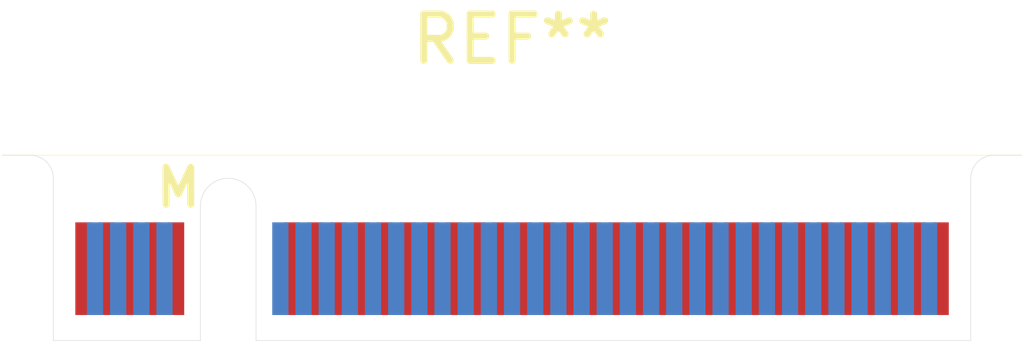
<source format=kicad_pcb>
(kicad_pcb (version 20211014) (generator pcbnew)
  (layers (0 "F.Cu" signal) (31 "B.Cu" signal) (34 "B.Paste" user) (35 "F.Paste" user) (36 "B.SilkS" user "B.Silkscreen") (37 "F.SilkS" user "F.Silkscreen") (38 "B.Mask" user) (39 "F.Mask" user) (44 "Edge.Cuts" user))
  (net 0 "")
  (footprint "m2ngff:m2-padKeyM" (layer "F.Cu") (at 35.95 40.225)
    (fp_text reference "REF**" (at 0 -6.5) (layer "F.SilkS"))
    (fp_text value "m2-padKeyM")
    (fp_text user "M" (at -7.2 -3.3) (layer "F.SilkS") (effects (font (size 0.8 0.8))))
    (fp_line (start -11 -4) (end 11 -4) (layer "F.SilkS") (width 0.01))
    (fp_line (start -5.525 0) (end -5.525 -2.9) (layer "Edge.Cuts") (width 0.01))
    (fp_line (start 9.9 0) (end -5.525 0) (layer "Edge.Cuts") (width 0.01))
    (fp_line (start 11 -4) (end 10.4 -4) (layer "Edge.Cuts") (width 0.01))
    (fp_line (start -6.725 0) (end -6.725 -2.9) (layer "Edge.Cuts") (width 0.01))
    (fp_line (start -9.9 0) (end -6.725 0) (layer "Edge.Cuts") (width 0.01))
    (fp_line (start -9.9 0) (end -9.9 -3.5) (layer "Edge.Cuts") (width 0.01))
    (fp_line (start -11 -4) (end -10.4 -4) (layer "Edge.Cuts") (width 0.01))
    (fp_line (start 9.9 0) (end 9.9 -3.5) (layer "Edge.Cuts") (width 0.01))
    (fp_arc (start 9.9 -3.5) (mid 10.046447 -3.853553) (end 10.4 -4) (layer "Edge.Cuts") (width 0.01))
    (fp_arc (start -10.4 -4) (mid -10.046447 -3.853553) (end -9.9 -3.5) (layer "Edge.Cuts") (width 0.01))
    (fp_arc (start -6.725 -2.9) (mid -6.125 -3.5) (end -5.525 -2.9) (layer "Edge.Cuts") (width 0.01))
    (pad "1" smd rect locked (at 9.25 -1.55) (size 0.35 2) (layers "F.Cu" "F.Mask"))
    (pad "2" smd rect locked (at 9 -1.55) (size 0.35 2) (layers "B.Cu" "B.Mask"))
    (pad "3" smd rect locked (at 8.75 -1.55) (size 0.35 2) (layers "F.Cu" "F.Mask"))
    (pad "4" smd rect locked (at 8.5 -1.55) (size 0.35 2) (layers "B.Cu" "B.Mask"))
    (pad "5" smd rect locked (at 8.25 -1.55) (size 0.35 2) (layers "F.Cu" "F.Mask"))
    (pad "6" smd rect locked (at 8 -1.55) (size 0.35 2) (layers "B.Cu" "B.Mask"))
    (pad "7" smd rect locked (at 7.75 -1.55) (size 0.35 2) (layers "F.Cu" "F.Mask"))
    (pad "8" smd rect locked (at 7.5 -1.55) (size 0.35 2) (layers "B.Cu" "B.Mask"))
    (pad "9" smd rect locked (at 7.25 -1.55) (size 0.35 2) (layers "F.Cu" "F.Mask"))
    (pad "10" smd rect locked (at 7 -1.55) (size 0.35 2) (layers "B.Cu" "B.Mask"))
    (pad "11" smd rect locked (at 6.75 -1.55) (size 0.35 2) (layers "F.Cu" "F.Mask"))
    (pad "12" smd rect locked (at 6.5 -1.55) (size 0.35 2) (layers "B.Cu" "B.Mask"))
    (pad "13" smd rect locked (at 6.25 -1.55) (size 0.35 2) (layers "F.Cu" "F.Mask"))
    (pad "14" smd rect locked (at 6 -1.55) (size 0.35 2) (layers "B.Cu" "B.Mask"))
    (pad "15" smd rect locked (at 5.75 -1.55) (size 0.35 2) (layers "F.Cu" "F.Mask"))
    (pad "16" smd rect locked (at 5.5 -1.55) (size 0.35 2) (layers "B.Cu" "B.Mask"))
    (pad "17" smd rect locked (at 5.25 -1.55) (size 0.35 2) (layers "F.Cu" "F.Mask"))
    (pad "18" smd rect locked (at 5 -1.55) (size 0.35 2) (layers "B.Cu" "B.Mask"))
    (pad "19" smd rect locked (at 4.75 -1.55) (size 0.35 2) (layers "F.Cu" "F.Mask"))
    (pad "20" smd rect locked (at 4.5 -1.55) (size 0.35 2) (layers "B.Cu" "B.Mask"))
    (pad "21" smd rect locked (at 4.25 -1.55) (size 0.35 2) (layers "F.Cu" "F.Mask"))
    (pad "22" smd rect locked (at 4 -1.55) (size 0.35 2) (layers "B.Cu" "B.Mask"))
    (pad "23" smd rect locked (at 3.75 -1.55) (size 0.35 2) (layers "F.Cu" "F.Mask"))
    (pad "24" smd rect locked (at 3.5 -1.55) (size 0.35 2) (layers "B.Cu" "B.Mask"))
    (pad "25" smd rect locked (at 3.25 -1.55) (size 0.35 2) (layers "F.Cu" "F.Mask"))
    (pad "26" smd rect locked (at 3 -1.55) (size 0.35 2) (layers "B.Cu" "B.Mask"))
    (pad "27" smd rect locked (at 2.75 -1.55) (size 0.35 2) (layers "F.Cu" "F.Mask"))
    (pad "28" smd rect locked (at 2.5 -1.55) (size 0.35 2) (layers "B.Cu" "B.Mask"))
    (pad "29" smd rect locked (at 2.25 -1.55) (size 0.35 2) (layers "F.Cu" "F.Mask"))
    (pad "30" smd rect locked (at 2 -1.55) (size 0.35 2) (layers "B.Cu" "B.Mask"))
    (pad "31" smd rect locked (at 1.75 -1.55) (size 0.35 2) (layers "F.Cu" "F.Mask"))
    (pad "32" smd rect locked (at 1.5 -1.55) (size 0.35 2) (layers "B.Cu" "B.Mask"))
    (pad "33" smd rect locked (at 1.25 -1.55) (size 0.35 2) (layers "F.Cu" "F.Mask"))
    (pad "34" smd rect locked (at 1 -1.55) (size 0.35 2) (layers "B.Cu" "B.Mask"))
    (pad "35" smd rect locked (at 0.75 -1.55) (size 0.35 2) (layers "F.Cu" "F.Mask"))
    (pad "36" smd rect locked (at 0.5 -1.55) (size 0.35 2) (layers "B.Cu" "B.Mask"))
    (pad "37" smd rect locked (at 0.25 -1.55) (size 0.35 2) (layers "F.Cu" "F.Mask"))
    (pad "38" smd rect locked (at 0 -1.55) (size 0.35 2) (layers "B.Cu" "B.Mask"))
    (pad "39" smd rect locked (at -0.25 -1.55) (size 0.35 2) (layers "F.Cu" "F.Mask"))
    (pad "40" smd rect locked (at -0.5 -1.55) (size 0.35 2) (layers "B.Cu" "B.Mask"))
    (pad "41" smd rect locked (at -0.75 -1.55) (size 0.35 2) (layers "F.Cu" "F.Mask"))
    (pad "42" smd rect locked (at -1 -1.55) (size 0.35 2) (layers "B.Cu" "B.Mask"))
    (pad "43" smd rect locked (at -1.25 -1.55) (size 0.35 2) (layers "F.Cu" "F.Mask"))
    (pad "44" smd rect locked (at -1.5 -1.55) (size 0.35 2) (layers "B.Cu" "B.Mask"))
    (pad "45" smd rect locked (at -1.75 -1.55) (size 0.35 2) (layers "F.Cu" "F.Mask"))
    (pad "46" smd rect locked (at -2 -1.55) (size 0.35 2) (layers "B.Cu" "B.Mask"))
    (pad "47" smd rect locked (at -2.25 -1.55) (size 0.35 2) (layers "F.Cu" "F.Mask"))
    (pad "48" smd rect locked (at -2.5 -1.55) (size 0.35 2) (layers "B.Cu" "B.Mask"))
    (pad "49" smd rect locked (at -2.75 -1.55) (size 0.35 2) (layers "F.Cu" "F.Mask"))
    (pad "50" smd rect locked (at -3 -1.55) (size 0.35 2) (layers "B.Cu" "B.Mask"))
    (pad "51" smd rect locked (at -3.25 -1.55) (size 0.35 2) (layers "F.Cu" "F.Mask"))
    (pad "52" smd rect locked (at -3.5 -1.55) (size 0.35 2) (layers "B.Cu" "B.Mask"))
    (pad "53" smd rect locked (at -3.75 -1.55) (size 0.35 2) (layers "F.Cu" "F.Mask"))
    (pad "54" smd rect locked (at -4 -1.55) (size 0.35 2) (layers "B.Cu" "B.Mask"))
    (pad "55" smd rect locked (at -4.25 -1.55) (size 0.35 2) (layers "F.Cu" "F.Mask"))
    (pad "56" smd rect locked (at -4.5 -1.55) (size 0.35 2) (layers "B.Cu" "B.Mask"))
    (pad "57" smd rect locked (at -4.75 -1.55) (size 0.35 2) (layers "F.Cu" "F.Mask"))
    (pad "58" smd rect locked (at -5 -1.55) (size 0.35 2) (layers "B.Cu" "B.Mask"))
    (pad "67" smd rect locked (at -7.25 -1.55) (size 0.35 2) (layers "F.Cu" "F.Mask"))
    (pad "68" smd rect locked (at -7.5 -1.55) (size 0.35 2) (layers "B.Cu" "B.Mask"))
    (pad "69" smd rect locked (at -7.75 -1.55) (size 0.35 2) (layers "F.Cu" "F.Mask"))
    (pad "70" smd rect locked (at -8 -1.55) (size 0.35 2) (layers "B.Cu" "B.Mask"))
    (pad "71" smd rect locked (at -8.25 -1.55) (size 0.35 2) (layers "F.Cu" "F.Mask"))
    (pad "72" smd rect locked (at -8.5 -1.55) (size 0.35 2) (layers "B.Cu" "B.Mask"))
    (pad "73" smd rect locked (at -8.75 -1.55) (size 0.35 2) (layers "F.Cu" "F.Mask"))
    (pad "74" smd rect locked (at -9 -1.55) (size 0.35 2) (layers "B.Cu" "B.Mask"))
    (pad "75" smd rect locked (at -9.25 -1.55) (size 0.35 2) (layers "F.Cu" "F.Mask"))
  )
)
</source>
